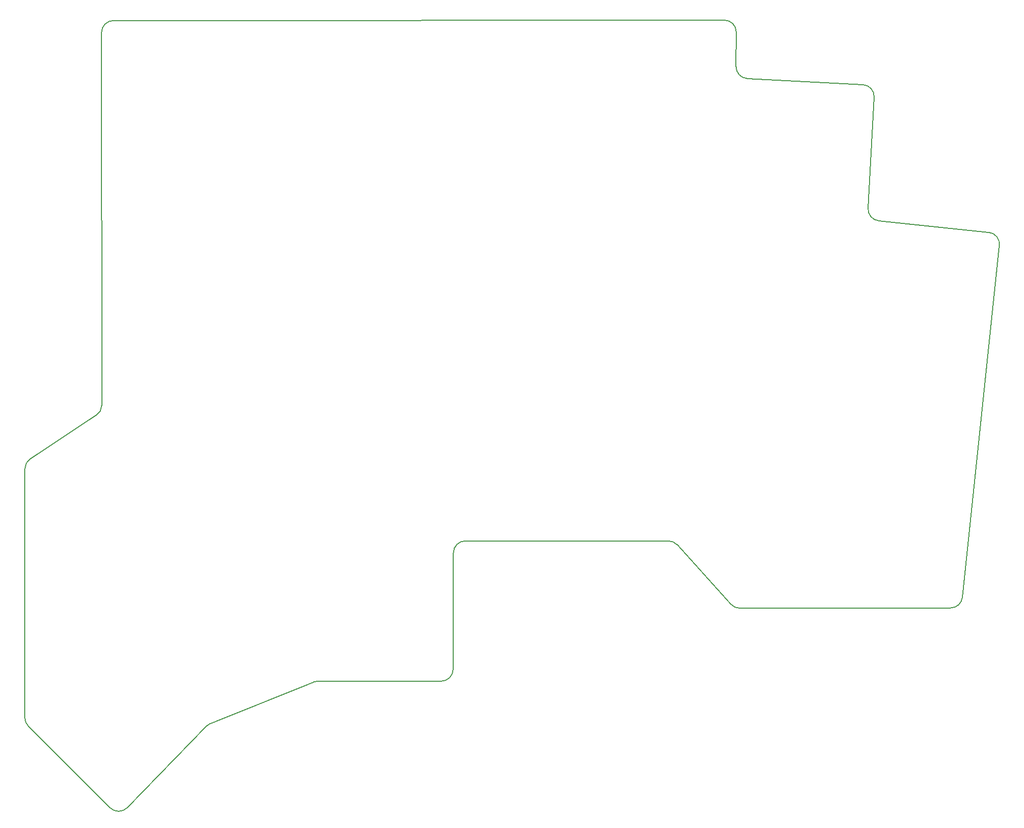
<source format=gbr>
%TF.GenerationSoftware,KiCad,Pcbnew,9.0.0*%
%TF.CreationDate,2025-04-09T21:05:37+02:00*%
%TF.ProjectId,right,72696768-742e-46b6-9963-61645f706362,1*%
%TF.SameCoordinates,Original*%
%TF.FileFunction,Profile,NP*%
%FSLAX46Y46*%
G04 Gerber Fmt 4.6, Leading zero omitted, Abs format (unit mm)*
G04 Created by KiCad (PCBNEW 9.0.0) date 2025-04-09 21:05:37*
%MOMM*%
%LPD*%
G01*
G04 APERTURE LIST*
%TA.AperFunction,Profile*%
%ADD10C,0.150000*%
%TD*%
G04 APERTURE END LIST*
D10*
X131915868Y-194777060D02*
X145644811Y-208506008D01*
X248669473Y-76242787D02*
X146204333Y-76319778D01*
X272792160Y-107842835D02*
X273805391Y-89182802D01*
X161785116Y-194795079D02*
G75*
G02*
X162472846Y-194333063I1434884J-1393021D01*
G01*
X131915868Y-194777060D02*
G75*
G02*
X131330113Y-193362848I1414432J1414260D01*
G01*
X293046918Y-111881253D02*
G75*
G02*
X294826942Y-114079365I-209018J-1989047D01*
G01*
X203225841Y-165687023D02*
G75*
G02*
X205225836Y-163691336I1999959J-4277D01*
G01*
X252539939Y-86061801D02*
G75*
G02*
X250644579Y-84055471I104661J1997301D01*
G01*
X205225836Y-163691272D02*
X239291483Y-163691273D01*
X203184317Y-185245518D02*
X203225841Y-165687023D01*
X144205837Y-78320530D02*
X144229664Y-140914867D01*
X131330075Y-151587191D02*
X131330072Y-193362848D01*
X248669473Y-76242787D02*
G75*
G02*
X250670993Y-78251854I1527J-2000013D01*
G01*
X271913009Y-87077097D02*
X252539939Y-86061801D01*
X148493980Y-208484952D02*
X161785116Y-194795079D01*
X288617765Y-173155368D02*
G75*
G02*
X286631185Y-174946311I-1988965J208968D01*
G01*
X239291483Y-163691273D02*
G75*
G02*
X240775659Y-164350735I17J-1999827D01*
G01*
X148493981Y-208484951D02*
G75*
G02*
X145644789Y-208506030I-1434981J1393151D01*
G01*
X250644632Y-84055471D02*
X250670955Y-78251854D01*
X144205837Y-78320530D02*
G75*
G02*
X146204333Y-76319837I1999963J730D01*
G01*
X179720500Y-187386106D02*
G75*
G02*
X180467724Y-187241287I747200J-1855194D01*
G01*
X271913009Y-87077097D02*
G75*
G02*
X273805406Y-89182803I-104709J-1997303D01*
G01*
X131330075Y-151587191D02*
G75*
G02*
X132227856Y-149918329I1999825J91D01*
G01*
X144229664Y-140914867D02*
G75*
G02*
X143331916Y-142584525I-1999964J-833D01*
G01*
X143331894Y-142584492D02*
X132227854Y-149918326D01*
X203184317Y-185245518D02*
G75*
G02*
X201184327Y-187241321I-2000017J4218D01*
G01*
X251276289Y-174989866D02*
X286631185Y-174946309D01*
X274580158Y-109940323D02*
G75*
G02*
X272792166Y-107842835I209042J1989023D01*
G01*
X240775688Y-164350709D02*
X249789623Y-174330442D01*
X293046918Y-111881253D02*
X274580158Y-109940323D01*
X162472849Y-194333071D02*
X179720500Y-187386106D01*
X180467724Y-187241275D02*
X201184327Y-187241275D01*
X288617765Y-173155368D02*
X294826907Y-114079361D01*
X251276289Y-174989866D02*
G75*
G02*
X249789641Y-174330426I-2489J1999866D01*
G01*
M02*

</source>
